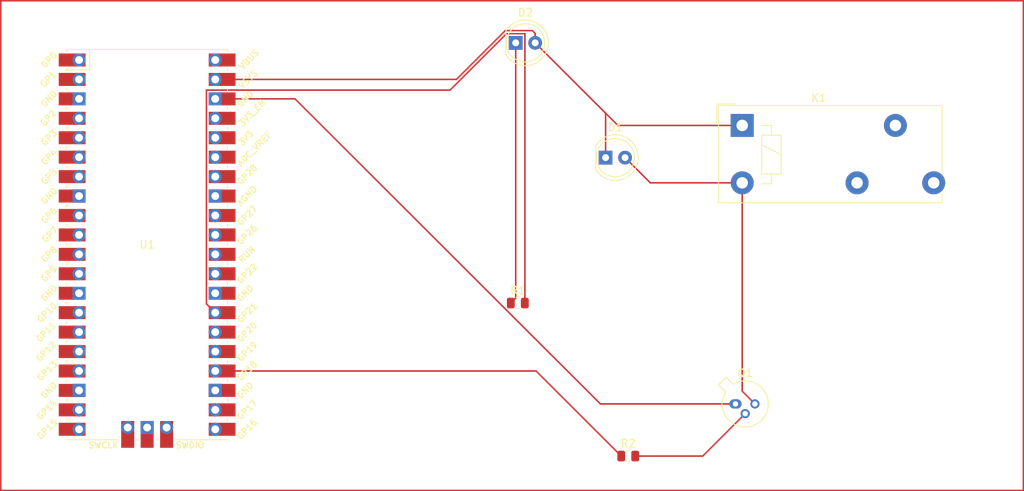
<source format=kicad_pcb>
(kicad_pcb (version 20240108) (generator "pcbnew") (generator_version "8.0")
  (layers (0 "F.Cu" signal) (31 "B.Cu" signal) (34 "B.Paste" user) (35 "F.Paste" user) (36 "B.SilkS" user "B.Silkscreen") (37 "F.SilkS" user "F.Silkscreen") (38 "B.Mask" user) (39 "F.Mask" user) (44 "Edge.Cuts" user))
  (net 0 "")
  (net 40 "Net-(D1-A)")
  (net 41 "VCC")
  (net 42 "Net-(D2-K)")
  (net 44 "Net-(J2-Pin_2)")
  (net 45 "Net-(J2-Pin_1)")
  (net 46 "GND")
  (net 47 "Net-(Q1-B)")
  (net 48 "saida_led")
  (net 49 "sinal")
  (footprint "Resistor_SMD:R_0805_2012Metric" (layer "F.Cu") (at 115.5 86.5)
    (property "Reference" "R1" (at 0 -1.65 0) (layer "F.SilkS"))
    (property "Value" "R")
    (fp_line (start -0.227064 -0.735) (end 0.227064 -0.735) (stroke (width 0.12)) (layer "F.SilkS"))
    (fp_line (start -0.227064 0.735) (end 0.227064 0.735) (stroke (width 0.12)) (layer "F.SilkS"))
    (pad "1" smd roundrect (at -0.9125 0) (size 1.025 1.4) (layers "F.Cu" "F.Paste" "F.Mask") (roundrect_rratio 0.243902) (net 42 "Net-(D2-K)"))
    (pad "2" smd roundrect (at 0.9125 0) (size 1.025 1.4) (layers "F.Cu" "F.Paste" "F.Mask") (roundrect_rratio 0.243902) (net 48 "saida_led"))
  )
  (footprint "LED_THT:LED_D5.0mm_Clear" (layer "F.Cu") (at 126.96 67.5)
    (property "Reference" "D1" (at 1.27 -3.96 0) (layer "F.SilkS"))
    (property "Value" "LED")
    (fp_line (start -1.29 -1.545) (end -1.29 1.545) (stroke (width 0.12)) (layer "F.SilkS"))
    (fp_arc (start -1.29 -1.54483) (mid 2.072002 -2.880433) (end 4.26 0.000462) (stroke (width 0.12)) (layer "F.SilkS"))
    (fp_arc (start 4.26 -0.000462) (mid 2.072002 2.880433) (end -1.29 1.54483) (stroke (width 0.12)) (layer "F.SilkS"))
    (fp_circle (center 1.27 0) (end 3.77 0) (stroke (width 0.12)) (fill none) (layer "F.SilkS"))
    (pad "1" thru_hole rect (at 0 0) (size 1.8 1.8) (drill 0.9) (layers "*.Cu" "*.Mask") (net 41 "VCC"))
    (pad "2" thru_hole circle (at 2.54 0) (size 1.8 1.8) (drill 0.9) (layers "*.Cu" "*.Mask") (net 40 "Net-(D1-A)"))
  )
  (footprint "Relay_THT:Relay_SPDT_Finder_40.51" (layer "F.Cu") (at 144.7925 63.2925)
    (property "Reference" "K1" (at 10 -3.6 0) (layer "F.SilkS"))
    (property "Value" "Relay_SPDT")
    (fp_line (start -3.3 -0.4) (end -3.3 -2.8) (stroke (width 0.12)) (layer "F.SilkS"))
    (fp_line (start -3.1 -2.6) (end 26.1 -2.6) (stroke (width 0.12)) (layer "F.SilkS"))
    (fp_line (start -3.1 10.1) (end -3.1 -2.6) (stroke (width 0.12)) (layer "F.SilkS"))
    (fp_line (start -0.9 -2.8) (end -3.3 -2.8) (stroke (width 0.12)) (layer "F.SilkS"))
    (fp_line (start 2.54 0) (end 3.81 0) (stroke (width 0.12)) (layer "F.SilkS"))
    (fp_line (start 2.54 1.27) (end 3.81 1.27) (stroke (width 0.12)) (layer "F.SilkS"))
    (fp_line (start 2.54 2.54) (end 5.08 3.81) (stroke (width 0.12)) (layer "F.SilkS"))
    (fp_line (start 2.54 6.35) (end 2.54 1.27) (stroke (width 0.12)) (layer "F.SilkS"))
    (fp_line (start 3.81 0) (end 3.81 1.27) (stroke (width 0.12)) (layer "F.SilkS"))
    (fp_line (start 3.81 1.27) (end 5.08 1.27) (stroke (width 0.12)) (layer "F.SilkS"))
    (fp_line (start 3.81 6.35) (end 3.81 7.62) (stroke (width 0.12)) (layer "F.SilkS"))
    (fp_line (start 3.81 7.62) (end 2.54 7.62) (stroke (width 0.12)) (layer "F.SilkS"))
    (fp_line (start 5.08 1.27) (end 5.08 6.35) (stroke (width 0.12)) (layer "F.SilkS"))
    (fp_line (start 5.08 6.35) (end 2.54 6.35) (stroke (width 0.12)) (layer "F.SilkS"))
    (fp_line (start 26.1 -2.6) (end 26.1 6.1) (stroke (width 0.12)) (layer "F.SilkS"))
    (fp_line (start 26.1 8.9) (end 26.1 10.1) (stroke (width 0.12)) (layer "F.SilkS"))
    (fp_line (start 26.1 10.1) (end -3.1 10.1) (stroke (width 0.12)) (layer "F.SilkS"))
    (pad "11" thru_hole circle (at 20 0) (size 3 3) (drill 1.5) (layers "*.Cu" "*.Mask") (net 44 "Net-(J2-Pin_2)"))
    (pad "12" thru_hole circle (at 15 7.5) (size 3 3) (drill 1.5) (layers "*.Cu" "*.Mask"))
    (pad "14" thru_hole circle (at 25 7.5) (size 3 3) (drill 1.5) (layers "*.Cu" "*.Mask") (net 45 "Net-(J2-Pin_1)"))
    (pad "A1" thru_hole rect (at 0 0) (size 3 3) (drill 1.5) (layers "*.Cu" "*.Mask") (net 41 "VCC"))
    (pad "A2" thru_hole circle (at 0 7.5) (size 3 3) (drill 1.5) (layers "*.Cu" "*.Mask") (net 40 "Net-(D1-A)"))
  )
  (footprint "MCU_RaspberryPi_and_Boards:RPi_Pico_SMD_TH" (layer "F.Cu") (at 67.11 78.87)
    (property "Reference" "U1" (at 0 0 0) (layer "F.SilkS"))
    (property "Value" "Pico")
    (fp_line (start -10.5 -25.5) (end -10.5 -25.2) (stroke (width 0.12)) (layer "F.SilkS"))
    (fp_line (start -10.5 -25.5) (end 10.5 -25.5) (stroke (width 0.12)) (layer "F.SilkS"))
    (fp_line (start -10.5 -23.1) (end -10.5 -22.7) (stroke (width 0.12)) (layer "F.SilkS"))
    (fp_line (start -10.5 -22.833) (end -7.493 -22.833) (stroke (width 0.12)) (layer "F.SilkS"))
    (fp_line (start -10.5 -20.5) (end -10.5 -20.1) (stroke (width 0.12)) (layer "F.SilkS"))
    (fp_line (start -10.5 -18) (end -10.5 -17.6) (stroke (width 0.12)) (layer "F.SilkS"))
    (fp_line (start -10.5 -15.4) (end -10.5 -15) (stroke (width 0.12)) (layer "F.SilkS"))
    (fp_line (start -10.5 -12.9) (end -10.5 -12.5) (stroke (width 0.12)) (layer "F.SilkS"))
    (fp_line (start -10.5 -10.4) (end -10.5 -10) (stroke (width 0.12)) (layer "F.SilkS"))
    (fp_line (start -10.5 -7.8) (end -10.5 -7.4) (stroke (width 0.12)) (layer "F.SilkS"))
    (fp_line (start -10.5 -5.3) (end -10.5 -4.9) (stroke (width 0.12)) (layer "F.SilkS"))
    (fp_line (start -10.5 -2.7) (end -10.5 -2.3) (stroke (width 0.12)) (layer "F.SilkS"))
    (fp_line (start -10.5 -0.2) (end -10.5 0.2) (stroke (width 0.12)) (layer "F.SilkS"))
    (fp_line (start -10.5 2.3) (end -10.5 2.7) (stroke (width 0.12)) (layer "F.SilkS"))
    (fp_line (start -10.5 4.9) (end -10.5 5.3) (stroke (width 0.12)) (layer "F.SilkS"))
    (fp_line (start -10.5 7.4) (end -10.5 7.8) (stroke (width 0.12)) (layer "F.SilkS"))
    (fp_line (start -10.5 10) (end -10.5 10.4) (stroke (width 0.12)) (layer "F.SilkS"))
    (fp_line (start -10.5 12.5) (end -10.5 12.9) (stroke (width 0.12)) (layer "F.SilkS"))
    (fp_line (start -10.5 15.1) (end -10.5 15.5) (stroke (width 0.12)) (layer "F.SilkS"))
    (fp_line (start -10.5 17.6) (end -10.5 18) (stroke (width 0.12)) (layer "F.SilkS"))
    (fp_line (start -10.5 20.1) (end -10.5 20.5) (stroke (width 0.12)) (layer "F.SilkS"))
    (fp_line (start -10.5 22.7) (end -10.5 23.1) (stroke (width 0.12)) (layer "F.SilkS"))
    (fp_line (start -7.493 -22.833) (end -7.493 -25.5) (stroke (width 0.12)) (layer "F.SilkS"))
    (fp_line (start -3.7 25.5) (end -10.5 25.5) (stroke (width 0.12)) (layer "F.SilkS"))
    (fp_line (start -1.5 25.5) (end -1.1 25.5) (stroke (width 0.12)) (layer "F.SilkS"))
    (fp_line (start 1.1 25.5) (end 1.5 25.5) (stroke (width 0.12)) (layer "F.SilkS"))
    (fp_line (start 10.5 -25.5) (end 10.5 -25.2) (stroke (width 0.12)) (layer "F.SilkS"))
    (fp_line (start 10.5 -23.1) (end 10.5 -22.7) (stroke (width 0.12)) (layer "F.SilkS"))
    (fp_line (start 10.5 -20.5) (end 10.5 -20.1) (stroke (width 0.12)) (layer "F.SilkS"))
    (fp_line (start 10.5 -18) (end 10.5 -17.6) (stroke (width 0.12)) (layer "F.SilkS"))
    (fp_line (start 10.5 -15.4) (end 10.5 -15) (stroke (width 0.12)) (layer "F.SilkS"))
    (fp_line (start 10.5 -12.9) (end 10.5 -12.5) (stroke (width 0.12)) (layer "F.SilkS"))
    (fp_line (start 10.5 -10.4) (end 10.5 -10) (stroke (width 0.12)) (layer "F.SilkS"))
    (fp_line (start 10.5 -7.8) (end 10.5 -7.4) (stroke (width 0.12)) (layer "F.SilkS"))
    (fp_line (start 10.5 -5.3) (end 10.5 -4.9) (stroke (width 0.12)) (layer "F.SilkS"))
    (fp_line (start 10.5 -2.7) (end 10.5 -2.3) (stroke (width 0.12)) (layer "F.SilkS"))
    (fp_line (start 10.5 -0.2) (end 10.5 0.2) (stroke (width 0.12)) (layer "F.SilkS"))
    (fp_line (start 10.5 2.3) (end 10.5 2.7) (stroke (width 0.12)) (layer "F.SilkS"))
    (fp_line (start 10.5 4.9) (end 10.5 5.3) (stroke (width 0.12)) (layer "F.SilkS"))
    (fp_line (start 10.5 7.4) (end 10.5 7.8) (stroke (width 0.12)) (layer "F.SilkS"))
    (fp_line (start 10.5 10) (end 10.5 10.4) (stroke (width 0.12)) (layer "F.SilkS"))
    (fp_line (start 10.5 12.5) (end 10.5 12.9) (stroke (width 0.12)) (layer "F.SilkS"))
    (fp_line (start 10.5 15.1) (end 10.5 15.5) (stroke (width 0.12)) (layer "F.SilkS"))
    (fp_line (start 10.5 17.6) (end 10.5 18) (stroke (width 0.12)) (layer "F.SilkS"))
    (fp_line (start 10.5 20.1) (end 10.5 20.5) (stroke (width 0.12)) (layer "F.SilkS"))
    (fp_line (start 10.5 22.7) (end 10.5 23.1) (stroke (width 0.12)) (layer "F.SilkS"))
    (fp_line (start 10.5 25.5) (end 3.7 25.5) (stroke (width 0.12)) (layer "F.SilkS"))
    (fp_text user "SWCLK" (at -5.7 26.2 0) (layer "F.SilkS") (effects (font (size 0.8 0.8))))
    (fp_text user "SWDIO" (at 5.6 26.2 0) (layer "F.SilkS") (effects (font (size 0.8 0.8))))
    (fp_text user "GP2" (at -12.9 -16.51 45) (layer "F.SilkS") (effects (font (size 0.8 0.8))))
    (fp_text user "GP19" (at 13.054 13.97 45) (layer "F.SilkS") (effects (font (size 0.8 0.8))))
    (fp_text user "RUN" (at 13 1.27 45) (layer "F.SilkS") (effects (font (size 0.8 0.8))))
    (fp_text user "GND" (at -12.8 6.35 45) (layer "F.SilkS") (effects (font (size 0.8 0.8))))
    (fp_text user "GND" (at 12.8 -19.05 45) (layer "F.SilkS") (effects (font (size 0.8 0.8))))
    (fp_text user "3V3" (at 12.9 -13.9 45) (layer "F.SilkS") (effects (font (size 0.8 0.8))))
    (fp_text user "GND" (at 12.8 19.05 45) (layer "F.SilkS") (effects (font (size 0.8 0.8))))
    (fp_text user "GP9" (at -12.8 3.81 45) (layer "F.SilkS") (effects (font (size 0.8 0.8))))
    (fp_text user "GP16" (at 13.054 24.13 45) (layer "F.SilkS") (effects (font (size 0.8 0.8))))
    (fp_text user "GP18" (at 13.054 16.51 45) (layer "F.SilkS") (effects (font (size 0.8 0.8))))
    (fp_text user "GP21" (at 13.054 8.9 45) (layer "F.SilkS") (effects (font (size 0.8 0.8))))
    (fp_text user "GP12" (at -13.2 13.97 45) (layer "F.SilkS") (effects (font (size 0.8 0.8))))
    (fp_text user "GND" (at -12.8 -19.05 45) (layer "F.SilkS") (effects (font (size 0.8 0.8))))
    (fp_text user "GP6" (at -12.8 -3.81 45) (layer "F.SilkS") (effects (font (size 0.8 0.8))))
    (fp_text user "GP3" (at -12.8 -13.97 45) (layer "F.SilkS") (effects (font (size 0.8 0.8))))
    (fp_text user "GP8" (at -12.8 1.27 45) (layer "F.SilkS") (effects (font (size 0.8 0.8))))
    (fp_text user "GP26" (at 13.054 -1.27 45) (layer "F.SilkS") (effects (font (size 0.8 0.8))))
    (fp_text user "GP0" (at -12.8 -24.13 45) (layer "F.SilkS") (effects (font (size 0.8 0.8))))
    (fp_text user "ADC_VREF" (at 14 -12.5 45) (layer "F.SilkS") (effects (font (size 0.8 0.8))))
    (fp_text user "GP11" (at -13.2 11.43 45) (layer "F.SilkS") (effects (font (size 0.8 0.8))))
    (fp_text user "GP22" (at 13.054 3.81 45) (layer "F.SilkS") (effects (font (size 0.8 0.8))))
    (fp_text user "GP14" (at -13.1 21.59 45) (layer "F.SilkS") (effects (font (size 0.8 0.8))))
    (fp_text user "AGND" (at 13.054 -6.35 45) (layer "F.SilkS") (effects (font (size 0.8 0.8))))
    (fp_text user "GP4" (at -12.8 -11.43 45) (layer "F.SilkS") (effects (font (size 0.8 0.8))))
    (fp_text user "GP10" (at -13.054 8.89 45) (layer "F.SilkS") (effects (font (size 0.8 0.8))))
    (fp_text user "VSYS" (at 13.2 -21.59 45) (layer "F.SilkS") (effects (font (size 0.8 0.8))))
    (fp_text user "GP5" (at -12.8 -8.89 45) (layer "F.SilkS") (effects (font (size 0.8 0.8))))
    (fp_text user "GND" (at 12.8 6.35 45) (layer "F.SilkS") (effects (font (size 0.8 0.8))))
    (fp_text user "GP1" (at -12.9 -21.6 45) (layer "F.SilkS") (effects (font (size 0.8 0.8))))
    (fp_text user "GP28" (at 13.054 -9.144 45) (layer "F.SilkS") (effects (font (size 0.8 0.8))))
    (fp_text user "GP17" (at 13.054 21.59 45) (layer "F.SilkS") (effects (font (size 0.8 0.8))))
    (fp_text user "VBUS" (at 13.3 -24.2 45) (layer "F.SilkS") (effects (font (size 0.8 0.8))))
    (fp_text user "GP13" (at -13.054 16.51 45) (layer "F.SilkS") (effects (font (size 0.8 0.8))))
    (fp_text user "GND" (at -12.8 -6.35 45) (layer "F.SilkS") (effects (font (size 0.8 0.8))))
    (fp_text user "GP15" (at -13.054 24.13 45) (layer "F.SilkS") (effects (font (size 0.8 0.8))))
    (fp_text user "GP7" (at -12.7 -1.3 45) (layer "F.SilkS") (effects (font (size 0.8 0.8))))
    (fp_text user "GP27" (at 13.054 -3.8 45) (layer "F.SilkS") (effects (font (size 0.8 0.8))))
    (fp_text user "GND" (at -12.8 19.05 45) (layer "F.SilkS") (effects (font (size 0.8 0.8))))
    (fp_text user "GP20" (at 13.054 11.43 45) (layer "F.SilkS") (effects (font (size 0.8 0.8))))
    (fp_text user "3V3_EN" (at 13.7 -17.2 45) (layer "F.SilkS") (effects (font (size 0.8 0.8))))
    (pad "" np_thru_hole oval (at -2.725 -24) (size 1.8 1.8) (drill 1.8) (layers "*.Cu" "*.Mask"))
    (pad "" np_thru_hole oval (at -2.425 -20.97) (size 1.5 1.5) (drill 1.5) (layers "*.Cu" "*.Mask"))
    (pad "" np_thru_hole oval (at 2.425 -20.97) (size 1.5 1.5) (drill 1.5) (layers "*.Cu" "*.Mask"))
    (pad "" np_thru_hole oval (at 2.725 -24) (size 1.8 1.8) (drill 1.8) (layers "*.Cu" "*.Mask"))
    (pad "1" thru_hole oval (at -8.89 -24.13) (size 1.7 1.7) (drill 1.02) (layers "*.Cu" "*.Mask"))
    (pad "1" smd rect (at -8.89 -24.13) (size 3.5 1.7) (drill (offset -0.9 0)) (layers "F.Cu" "F.Mask"))
    (pad "2" thru_hole oval (at -8.89 -21.59) (size 1.7 1.7) (drill 1.02) (layers "*.Cu" "*.Mask"))
    (pad "2" smd rect (at -8.89 -21.59) (size 3.5 1.7) (drill (offset -0.9 0)) (layers "F.Cu" "F.Mask"))
    (pad "3" thru_hole rect (at -8.89 -19.05) (size 1.7 1.7) (drill 1.02) (layers "*.Cu" "*.Mask"))
    (pad "3" smd rect (at -8.89 -19.05) (size 3.5 1.7) (drill (offset -0.9 0)) (layers "F.Cu" "F.Mask"))
    (pad "4" thru_hole oval (at -8.89 -16.51) (size 1.7 1.7) (drill 1.02) (layers "*.Cu" "*.Mask"))
    (pad "4" smd rect (at -8.89 -16.51) (size 3.5 1.7) (drill (offset -0.9 0)) (layers "F.Cu" "F.Mask"))
    (pad "5" thru_hole oval (at -8.89 -13.97) (size 1.7 1.7) (drill 1.02) (layers "*.Cu" "*.Mask"))
    (pad "5" smd rect (at -8.89 -13.97) (size 3.5 1.7) (drill (offset -0.9 0)) (layers "F.Cu" "F.Mask"))
    (pad "6" thru_hole oval (at -8.89 -11.43) (size 1.7 1.7) (drill 1.02) (layers "*.Cu" "*.Mask"))
    (pad "6" smd rect (at -8.89 -11.43) (size 3.5 1.7) (drill (offset -0.9 0)) (layers "F.Cu" "F.Mask"))
    (pad "7" thru_hole oval (at -8.89 -8.89) (size 1.7 1.7) (drill 1.02) (layers "*.Cu" "*.Mask"))
    (pad "7" smd rect (at -8.89 -8.89) (size 3.5 1.7) (drill (offset -0.9 0)) (layers "F.Cu" "F.Mask"))
    (pad "8" thru_hole rect (at -8.89 -6.35) (size 1.7 1.7) (drill 1.02) (layers "*.Cu" "*.Mask"))
    (pad "8" smd rect (at -8.89 -6.35) (size 3.5 1.7) (drill (offset -0.9 0)) (layers "F.Cu" "F.Mask"))
    (pad "9" thru_hole oval (at -8.89 -3.81) (size 1.7 1.7) (drill 1.02) (layers "*.Cu" "*.Mask"))
    (pad "9" smd rect (at -8.89 -3.81) (size 3.5 1.7) (drill (offset -0.9 0)) (layers "F.Cu" "F.Mask"))
    (pad "10" thru_hole oval (at -8.89 -1.27) (size 1.7 1.7) (drill 1.02) (layers "*.Cu" "*.Mask"))
    (pad "10" smd rect (at -8.89 -1.27) (size 3.5 1.7) (drill (offset -0.9 0)) (layers "F.Cu" "F.Mask"))
    (pad "11" thru_hole oval (at -8.89 1.27) (size 1.7 1.7) (drill 1.02) (layers "*.Cu" "*.Mask"))
    (pad "11" smd rect (at -8.89 1.27) (size 3.5 1.7) (drill (offset -0.9 0)) (layers "F.Cu" "F.Mask"))
    (pad "12" thru_hole oval (at -8.89 3.81) (size 1.7 1.7) (drill 1.02) (layers "*.Cu" "*.Mask"))
    (pad "12" smd rect (at -8.89 3.81) (size 3.5 1.7) (drill (offset -0.9 0)) (layers "F.Cu" "F.Mask"))
    (pad "13" thru_hole rect (at -8.89 6.35) (size 1.7 1.7) (drill 1.02) (layers "*.Cu" "*.Mask"))
    (pad "13" smd rect (at -8.89 6.35) (size 3.5 1.7) (drill (offset -0.9 0)) (layers "F.Cu" "F.Mask"))
    (pad "14" thru_hole oval (at -8.89 8.89) (size 1.7 1.7) (drill 1.02) (layers "*.Cu" "*.Mask"))
    (pad "14" smd rect (at -8.89 8.89) (size 3.5 1.7) (drill (offset -0.9 0)) (layers "F.Cu" "F.Mask"))
    (pad "15" thru_hole oval (at -8.89 11.43) (size 1.7 1.7) (drill 1.02) (layers "*.Cu" "*.Mask"))
    (pad "15" smd rect (at -8.89 11.43) (size 3.5 1.7) (drill (offset -0.9 0)) (layers "F.Cu" "F.Mask"))
    (pad "16" thru_hole oval (at -8.89 13.97) (size 1.7 1.7) (drill 1.02) (layers "*.Cu" "*.Mask"))
    (pad "16" smd rect (at -8.89 13.97) (size 3.5 1.7) (drill (offset -0.9 0)) (layers "F.Cu" "F.Mask"))
    (pad "17" thru_hole oval (at -8.89 16.51) (size 1.7 1.7) (drill 1.02) (layers "*.Cu" "*.Mask"))
    (pad "17" smd rect (at -8.89 16.51) (size 3.5 1.7) (drill (offset -0.9 0)) (layers "F.Cu" "F.Mask"))
    (pad "18" thru_hole rect (at -8.89 19.05) (size 1.7 1.7) (drill 1.02) (layers "*.Cu" "*.Mask"))
    (pad "18" smd rect (at -8.89 19.05) (size 3.5 1.7) (drill (offset -0.9 0)) (layers "F.Cu" "F.Mask"))
    (pad "19" thru_hole oval (at -8.89 21.59) (size 1.7 1.7) (drill 1.02) (layers "*.Cu" "*.Mask"))
    (pad "19" smd rect (at -8.89 21.59) (size 3.5 1.7) (drill (offset -0.9 0)) (layers "F.Cu" "F.Mask"))
    (pad "20" thru_hole oval (at -8.89 24.13) (size 1.7 1.7) (drill 1.02) (layers "*.Cu" "*.Mask"))
    (pad "20" smd rect (at -8.89 24.13) (size 3.5 1.7) (drill (offset -0.9 0)) (layers "F.Cu" "F.Mask"))
    (pad "21" thru_hole oval (at 8.89 24.13) (size 1.7 1.7) (drill 1.02) (layers "*.Cu" "*.Mask"))
    (pad "21" smd rect (at 8.89 24.13) (size 3.5 1.7) (drill (offset 0.9 0)) (layers "F.Cu" "F.Mask"))
    (pad "22" thru_hole oval (at 8.89 21.59) (size 1.7 1.7) (drill 1.02) (layers "*.Cu" "*.Mask"))
    (pad "22" smd rect (at 8.89 21.59) (size 3.5 1.7) (drill (offset 0.9 0)) (layers "F.Cu" "F.Mask"))
    (pad "23" thru_hole rect (at 8.89 19.05) (size 1.7 1.7) (drill 1.02) (layers "*.Cu" "*.Mask"))
    (pad "23" smd rect (at 8.89 19.05) (size 3.5 1.7) (drill (offset 0.9 0)) (layers "F.Cu" "F.Mask"))
    (pad "24" thru_hole oval (at 8.89 16.51) (size 1.7 1.7) (drill 1.02) (layers "*.Cu" "*.Mask") (net 49 "sinal"))
    (pad "24" smd rect (at 8.89 16.51) (size 3.5 1.7) (drill (offset 0.9 0)) (layers "F.Cu" "F.Mask") (net 49 "sinal"))
    (pad "25" thru_hole oval (at 8.89 13.97) (size 1.7 1.7) (drill 1.02) (layers "*.Cu" "*.Mask"))
    (pad "25" smd rect (at 8.89 13.97) (size 3.5 1.7) (drill (offset 0.9 0)) (layers "F.Cu" "F.Mask"))
    (pad "26" thru_hole oval (at 8.89 11.43) (size 1.7 1.7) (drill 1.02) (layers "*.Cu" "*.Mask"))
    (pad "26" smd rect (at 8.89 11.43) (size 3.5 1.7) (drill (offset 0.9 0)) (layers "F.Cu" "F.Mask"))
    (pad "27" thru_hole oval (at 8.89 8.89) (size 1.7 1.7) (drill 1.02) (layers "*.Cu" "*.Mask") (net 48 "saida_led"))
    (pad "27" smd rect (at 8.89 8.89) (size 3.5 1.7) (drill (offset 0.9 0)) (layers "F.Cu" "F.Mask") (net 48 "saida_led"))
    (pad "28" thru_hole rect (at 8.89 6.35) (size 1.7 1.7) (drill 1.02) (layers "*.Cu" "*.Mask"))
    (pad "28" smd rect (at 8.89 6.35) (size 3.5 1.7) (drill (offset 0.9 0)) (layers "F.Cu" "F.Mask"))
    (pad "29" thru_hole oval (at 8.89 3.81) (size 1.7 1.7) (drill 1.02) (layers "*.Cu" "*.Mask"))
    (pad "29" smd rect (at 8.89 3.81) (size 3.5 1.7) (drill (offset 0.9 0)) (layers "F.Cu" "F.Mask"))
    (pad "30" thru_hole oval (at 8.89 1.27) (size 1.7 1.7) (drill 1.02) (layers "*.Cu" "*.Mask"))
    (pad "30" smd rect (at 8.89 1.27) (size 3.5 1.7) (drill (offset 0.9 0)) (layers "F.Cu" "F.Mask"))
    (pad "31" thru_hole oval (at 8.89 -1.27) (size 1.7 1.7) (drill 1.02) (layers "*.Cu" "*.Mask"))
    (pad "31" smd rect (at 8.89 -1.27) (size 3.5 1.7) (drill (offset 0.9 0)) (layers "F.Cu" "F.Mask"))
    (pad "32" thru_hole oval (at 8.89 -3.81) (size 1.7 1.7) (drill 1.02) (layers "*.Cu" "*.Mask"))
    (pad "32" smd rect (at 8.89 -3.81) (size 3.5 1.7) (drill (offset 0.9 0)) (layers "F.Cu" "F.Mask"))
    (pad "33" thru_hole rect (at 8.89 -6.35) (size 1.7 1.7) (drill 1.02) (layers "*.Cu" "*.Mask"))
    (pad "33" smd rect (at 8.89 -6.35) (size 3.5 1.7) (drill (offset 0.9 0)) (layers "F.Cu" "F.Mask"))
    (pad "34" thru_hole oval (at 8.89 -8.89) (size 1.7 1.7) (drill 1.02) (layers "*.Cu" "*.Mask"))
    (pad "34" smd rect (at 8.89 -8.89) (size 3.5 1.7) (drill (offset 0.9 0)) (layers "F.Cu" "F.Mask"))
    (pad "35" thru_hole oval (at 8.89 -11.43) (size 1.7 1.7) (drill 1.02) (layers "*.Cu" "*.Mask"))
    (pad "35" smd rect (at 8.89 -11.43) (size 3.5 1.7) (drill (offset 0.9 0)) (layers "F.Cu" "F.Mask"))
    (pad "36" thru_hole oval (at 8.89 -13.97) (size 1.7 1.7) (drill 1.02) (layers "*.Cu" "*.Mask"))
    (pad "36" smd rect (at 8.89 -13.97) (size 3.5 1.7) (drill (offset 0.9 0)) (layers "F.Cu" "F.Mask"))
    (pad "37" thru_hole oval (at 8.89 -16.51) (size 1.7 1.7) (drill 1.02) (layers "*.Cu" "*.Mask"))
    (pad "37" smd rect (at 8.89 -16.51) (size 3.5 1.7) (drill (offset 0.9 0)) (layers "F.Cu" "F.Mask"))
    (pad "38" thru_hole rect (at 8.89 -19.05) (size 1.7 1.7) (drill 1.02) (layers "*.Cu" "*.Mask") (net 46 "GND"))
    (pad "38" smd rect (at 8.89 -19.05) (size 3.5 1.7) (drill (offset 0.9 0)) (layers "F.Cu" "F.Mask") (net 46 "GND"))
    (pad "39" thru_hole oval (at 8.89 -21.59) (size 1.7 1.7) (drill 1.02) (layers "*.Cu" "*.Mask") (net 41 "VCC"))
    (pad "39" smd rect (at 8.89 -21.59) (size 3.5 1.7) (drill (offset 0.9 0)) (layers "F.Cu" "F.Mask") (net 41 "VCC"))
    (pad "40" thru_hole oval (at 8.89 -24.13) (size 1.7 1.7) (drill 1.02) (layers "*.Cu" "*.Mask"))
    (pad "40" smd rect (at 8.89 -24.13) (size 3.5 1.7) (drill (offset 0.9 0)) (layers "F.Cu" "F.Mask"))
    (pad "41" thru_hole oval (at -2.54 23.9) (size 1.7 1.7) (drill 1.02) (layers "*.Cu" "*.Mask"))
    (pad "41" smd rect (at -2.54 23.9 90) (size 3.5 1.7) (drill (offset -0.9 0)) (layers "F.Cu" "F.Mask"))
    (pad "42" thru_hole rect (at 0 23.9) (size 1.7 1.7) (drill 1.02) (layers "*.Cu" "*.Mask"))
    (pad "42" smd rect (at 0 23.9 90) (size 3.5 1.7) (drill (offset -0.9 0)) (layers "F.Cu" "F.Mask"))
    (pad "43" thru_hole oval (at 2.54 23.9) (size 1.7 1.7) (drill 1.02) (layers "*.Cu" "*.Mask"))
    (pad "43" smd rect (at 2.54 23.9 90) (size 3.5 1.7) (drill (offset -0.9 0)) (layers "F.Cu" "F.Mask"))
  )
  (footprint "Resistor_SMD:R_0805_2012Metric" (layer "F.Cu") (at 129.9125 106.5)
    (property "Reference" "R2" (at 0 -1.65 0) (layer "F.SilkS"))
    (property "Value" "R")
    (fp_line (start -0.227064 -0.735) (end 0.227064 -0.735) (stroke (width 0.12)) (layer "F.SilkS"))
    (fp_line (start -0.227064 0.735) (end 0.227064 0.735) (stroke (width 0.12)) (layer "F.SilkS"))
    (pad "1" smd roundrect (at -0.9125 0) (size 1.025 1.4) (layers "F.Cu" "F.Paste" "F.Mask") (roundrect_rratio 0.243902) (net 49 "sinal"))
    (pad "2" smd roundrect (at 0.9125 0) (size 1.025 1.4) (layers "F.Cu" "F.Paste" "F.Mask") (roundrect_rratio 0.243902) (net 47 "Net-(Q1-B)"))
  )
  (footprint "LED_THT:LED_D5.0mm_Clear" (layer "F.Cu") (at 115.225 52.5)
    (property "Reference" "D2" (at 1.27 -3.96 0) (layer "F.SilkS"))
    (property "Value" "LED")
    (fp_line (start -1.29 -1.545) (end -1.29 1.545) (stroke (width 0.12)) (layer "F.SilkS"))
    (fp_arc (start -1.29 -1.54483) (mid 2.072002 -2.880433) (end 4.26 0.000462) (stroke (width 0.12)) (layer "F.SilkS"))
    (fp_arc (start 4.26 -0.000462) (mid 2.072002 2.880433) (end -1.29 1.54483) (stroke (width 0.12)) (layer "F.SilkS"))
    (fp_circle (center 1.27 0) (end 3.77 0) (stroke (width 0.12)) (fill none) (layer "F.SilkS"))
    (pad "1" thru_hole rect (at 0 0) (size 1.8 1.8) (drill 0.9) (layers "*.Cu" "*.Mask") (net 42 "Net-(D2-K)"))
    (pad "2" thru_hole circle (at 2.54 0) (size 1.8 1.8) (drill 0.9) (layers "*.Cu" "*.Mask") (net 41 "VCC"))
  )
  (footprint "Package_TO_SOT_THT:TO-18-3" (layer "F.Cu") (at 143.914724 99.684724)
    (property "Reference" "Q1" (at 1.27 -4.02 0) (layer "F.SilkS"))
    (property "Value" "BC107")
    (fp_line (start -2.214448 -2.494499) (end -1.302281 -1.582331) (stroke (width 0.12)) (layer "F.SilkS"))
    (fp_line (start -1.224499 -3.484448) (end -2.214448 -2.494499) (stroke (width 0.12)) (layer "F.SilkS"))
    (fp_line (start -0.312331 -2.572281) (end -1.224499 -3.484448) (stroke (width 0.12)) (layer "F.SilkS"))
    (fp_arc (start -0.312331 -2.572281) (mid 3.405374 2.135551) (end -1.30215 -1.582544) (stroke (width 0.12)) (layer "F.SilkS"))
    (pad "1" thru_hole oval (at 0 0) (size 1.6 1.2) (drill 0.7) (layers "*.Cu" "*.Mask") (net 46 "GND"))
    (pad "2" thru_hole oval (at 1.27 1.27) (size 1.2 1.2) (drill 0.7) (layers "*.Cu" "*.Mask") (net 47 "Net-(Q1-B)"))
    (pad "3" thru_hole oval (at 2.54 0) (size 1.2 1.2) (drill 0.7) (layers "*.Cu" "*.Mask") (net 40 "Net-(D1-A)"))
  )
  (gr_rect (start 48 47) (end 181.5 111) (stroke (width 0.2)) (fill none) (layer "F.Cu"))
  (segment (start 144.7925 70.7925) (end 132.7925 70.7925) (width 0.2) (layer "F.Cu") (net 40))
  (segment (start 144.7925 98.0225) (end 146.454724 99.684724) (width 0.2) (layer "F.Cu") (net 40))
  (segment (start 132.7925 70.7925) (end 129.5 67.5) (width 0.2) (layer "F.Cu") (net 40))
  (segment (start 144.7925 70.7925) (end 144.7925 98.0225) (width 0.2) (layer "F.Cu") (net 40))
  (segment (start 107.479314 57.28) (end 113.859315 50.9) (width 0.2) (layer "F.Cu") (net 41))
  (segment (start 126.96 61.695) (end 126.8825 61.6175) (width 0.2) (layer "F.Cu") (net 41))
  (segment (start 76 57.28) (end 107.479314 57.28) (width 0.2) (layer "F.Cu") (net 41))
  (segment (start 113.859315 50.9) (end 117.4 50.9) (width 0.2) (layer "F.Cu") (net 41))
  (segment (start 126.96 67.5) (end 126.96 61.695) (width 0.2) (layer "F.Cu") (net 41))
  (segment (start 128.5575 63.2925) (end 126.8825 61.6175) (width 0.2) (layer "F.Cu") (net 41))
  (segment (start 144.7925 63.2925) (end 128.5575 63.2925) (width 0.2) (layer "F.Cu") (net 41))
  (segment (start 126.8825 61.6175) (end 117.765 52.5) (width 0.2) (layer "F.Cu") (net 41))
  (segment (start 117.4 50.9) (end 117.765 51.265) (width 0.2) (layer "F.Cu") (net 41))
  (segment (start 117.765 51.265) (end 117.765 52.5) (width 0.2) (layer "F.Cu") (net 41))
  (segment (start 115.225 52.5) (end 115.225 85.8625) (width 0.2) (layer "F.Cu") (net 42))
  (segment (start 115.225 85.8625) (end 114.5875 86.5) (width 0.2) (layer "F.Cu") (net 42))
  (segment (start 126.27498 99.684724) (end 86.410256 59.82) (width 0.2) (layer "F.Cu") (net 46))
  (segment (start 86.410256 59.82) (end 76 59.82) (width 0.2) (layer "F.Cu") (net 46))
  (segment (start 143.914724 99.684724) (end 126.27498 99.684724) (width 0.2) (layer "F.Cu") (net 46))
  (segment (start 130.825 106.5) (end 139.639448 106.5) (width 0.2) (layer "F.Cu") (net 47))
  (segment (start 139.639448 106.5) (end 145.184724 100.954724) (width 0.2) (layer "F.Cu") (net 47))
  (segment (start 114.025 51.3) (end 116.425 51.3) (width 0.2) (layer "F.Cu") (net 48))
  (segment (start 76 87.76) (end 74.85 86.61) (width 0.2) (layer "F.Cu") (net 48))
  (segment (start 106.655 58.67) (end 114.025 51.3) (width 0.2) (layer "F.Cu") (net 48))
  (segment (start 116.425 51.3) (end 116.425 86.4875) (width 0.2) (layer "F.Cu") (net 48))
  (segment (start 116.425 86.4875) (end 116.4125 86.5) (width 0.2) (layer "F.Cu") (net 48))
  (segment (start 74.85 58.67) (end 106.655 58.67) (width 0.2) (layer "F.Cu") (net 48))
  (segment (start 74.85 86.61) (end 74.85 58.67) (width 0.2) (layer "F.Cu") (net 48))
  (segment (start 117.88 95.38) (end 76 95.38) (width 0.2) (layer "F.Cu") (net 49))
  (segment (start 129 106.5) (end 117.88 95.38) (width 0.2) (layer "F.Cu") (net 49))
)
</source>
